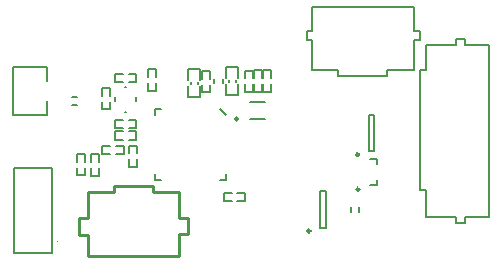
<source format=gbo>
G04 Layer_Color=32896*
%FSLAX43Y43*%
%MOMM*%
G71*
G01*
G75*
%ADD35C,0.250*%
%ADD36C,0.200*%
%ADD75C,0.100*%
%ADD76C,0.254*%
%ADD125C,0.152*%
D35*
X19700Y11900D02*
G03*
X19700Y11900I-125J0D01*
G01*
X29925Y8875D02*
G03*
X29925Y8875I-125J0D01*
G01*
X29975Y5950D02*
G03*
X29975Y5950I-125J0D01*
G01*
X25825Y2417D02*
G03*
X25825Y2417I-125J0D01*
G01*
D36*
X660Y12314D02*
Y16264D01*
X3510D01*
Y15114D02*
Y16264D01*
X660Y12264D02*
X3510D01*
Y13414D01*
X35600Y16050D02*
Y18200D01*
X38150Y18200D01*
X40950Y3600D02*
Y18200D01*
X38950Y18200D02*
X40950Y18200D01*
X38150Y18200D02*
Y18700D01*
X38950Y18200D02*
Y18700D01*
X38150D02*
X38950D01*
X38150Y3100D02*
X38950D01*
X35600Y3600D02*
Y5850D01*
Y3600D02*
X38150D01*
Y3100D02*
Y3600D01*
X38950D02*
X40950D01*
X38950Y3100D02*
Y3600D01*
X35100Y5850D02*
X35600D01*
X35100D02*
Y16050D01*
X35600D01*
X28150Y15507D02*
Y16007D01*
X32350Y15507D02*
Y16007D01*
X34600Y19357D02*
X35100D01*
X34600D02*
Y21357D01*
Y18557D02*
X35100D01*
X34600Y16007D02*
Y18557D01*
X32350Y16007D02*
X34600D01*
X35100Y18557D02*
Y19357D01*
X25500Y18557D02*
Y19357D01*
X26000D01*
X25500Y18557D02*
X26000D01*
X26000Y21357D02*
X26000Y19357D01*
X26000Y16007D02*
X26000Y18557D01*
X26000Y16007D02*
X28150D01*
X26000Y21357D02*
X34600D01*
X28150Y15507D02*
X32350D01*
X5640Y13750D02*
X6040D01*
X5640Y13050D02*
X6040D01*
X29250Y4033D02*
Y4433D01*
X29950Y4033D02*
Y4433D01*
X740Y550D02*
Y7750D01*
X3940Y550D02*
Y7750D01*
X740Y550D02*
X3940D01*
X740Y7750D02*
X3940D01*
X18175Y12700D02*
X18675Y12200D01*
X12675Y12700D02*
X13175D01*
X12675Y12200D02*
Y12700D01*
Y6700D02*
Y7200D01*
Y6700D02*
X13175D01*
X18175D02*
X18675D01*
Y7200D01*
X20746Y13358D02*
X21946D01*
X20746Y11858D02*
X21946D01*
X18915Y15007D02*
Y15207D01*
X19515Y15007D02*
Y15207D01*
X16300Y14868D02*
Y15068D01*
X15700Y14868D02*
Y15068D01*
X18400Y14907D02*
Y15307D01*
X17700Y14907D02*
Y15307D01*
X31250Y9150D02*
Y12250D01*
X30750Y9150D02*
Y12250D01*
X31250D01*
X30750Y9150D02*
X31250D01*
X30900Y6300D02*
X31500D01*
Y6750D01*
X30900Y8500D02*
X31500D01*
Y8050D02*
Y8500D01*
X26650Y2691D02*
X27150D01*
X26650Y5792D02*
X27150D01*
X26650Y2691D02*
Y5792D01*
X27150Y2691D02*
Y5792D01*
D75*
X4440Y1550D02*
G03*
X4440Y1550I-50J0D01*
G01*
D76*
X14700Y4379D02*
Y5729D01*
X7000Y4479D02*
Y5679D01*
X9200D01*
Y6229D01*
X12500D01*
Y5729D02*
Y6229D01*
Y5729D02*
X13050D01*
X14650D01*
X7050Y279D02*
X14700D01*
X7000Y329D02*
Y479D01*
Y329D02*
X7050Y279D01*
X7000Y479D02*
Y2079D01*
X6250Y2829D02*
Y3479D01*
X6950D01*
X6250Y2079D02*
X7000D01*
X6250D02*
Y2829D01*
X7000Y3479D02*
Y4479D01*
X14700Y3529D02*
X15500D01*
Y2129D02*
Y3529D01*
X14700Y2129D02*
X15500D01*
X14700Y279D02*
Y2129D01*
Y3529D02*
Y4379D01*
D125*
X6772Y7133D02*
Y7783D01*
Y8283D02*
Y8933D01*
X6072Y7133D02*
Y7783D01*
Y8933D02*
X6072Y8283D01*
X6072Y8933D02*
X6772D01*
X6072Y7133D02*
X6772D01*
X7950Y7100D02*
Y7750D01*
Y8250D02*
Y8900D01*
X7250Y7100D02*
Y7750D01*
Y8900D02*
X7250Y8250D01*
X7250Y8900D02*
X7950D01*
X7250Y7100D02*
X7950D01*
X8210Y8947D02*
X8860D01*
X9360D02*
X10010D01*
X8210Y9647D02*
X8860D01*
X9360Y9647D02*
X10010Y9647D01*
Y8947D02*
Y9647D01*
X8210Y8947D02*
Y9647D01*
X16655Y15305D02*
Y15955D01*
Y14155D02*
Y14805D01*
X17355Y15305D02*
Y15955D01*
X17355Y14805D02*
X17355Y14155D01*
X16655D02*
X17355D01*
X16655Y15955D02*
X17355D01*
X20300Y4922D02*
Y5622D01*
X18500Y4922D02*
Y5622D01*
Y4922D02*
X19150D01*
X19650D02*
X20300D01*
X18500Y5622D02*
X19150D01*
X19650D02*
X20300D01*
X10450Y9628D02*
X11150D01*
X10450Y7828D02*
X11150D01*
Y8478D01*
Y8978D02*
Y9628D01*
X10450Y7828D02*
Y8478D01*
Y8978D02*
Y9628D01*
X11100Y10150D02*
Y10850D01*
X9300Y10150D02*
Y10850D01*
Y10150D02*
X9950D01*
X10450D02*
X11100D01*
X9300Y10850D02*
X9950D01*
X10450D02*
X11100D01*
X9289Y11150D02*
Y11850D01*
X11089Y11150D02*
Y11850D01*
X10439D02*
X11089D01*
X9289D02*
X9939D01*
X10439Y11150D02*
X11089D01*
X9289D02*
X9939D01*
X12050Y16100D02*
X12750D01*
X12050Y14300D02*
X12750D01*
Y14950D01*
Y15450D02*
Y16100D01*
X12050Y14300D02*
Y14950D01*
Y15450D02*
Y16100D01*
X21830Y16007D02*
X22530D01*
X21830Y14207D02*
X22530D01*
Y14857D01*
Y15357D02*
Y16007D01*
X21830Y14207D02*
Y14857D01*
Y15357D02*
Y16007D01*
X8150Y14500D02*
X8850D01*
X8150Y12700D02*
X8850D01*
Y13350D01*
Y13850D02*
Y14500D01*
X8150Y12700D02*
Y13350D01*
Y13850D02*
Y14500D01*
X18715Y15357D02*
Y16282D01*
Y13932D02*
Y14857D01*
X19715Y15357D02*
Y16282D01*
Y13932D02*
Y14857D01*
X18715Y13932D02*
X19715D01*
X18715Y16282D02*
X19715D01*
X20250Y16000D02*
X20950D01*
X20250Y14200D02*
X20950D01*
Y14850D01*
Y15350D02*
Y16000D01*
X20250Y14200D02*
Y14850D01*
Y15350D02*
Y16000D01*
X21050Y16007D02*
X21750D01*
X21050Y14207D02*
X21750D01*
Y14857D01*
Y15357D02*
Y16007D01*
X21050Y14207D02*
Y14857D01*
Y15357D02*
Y16007D01*
X9289Y15007D02*
Y15707D01*
X11089Y15007D02*
Y15707D01*
X10439D02*
X11089D01*
X9289D02*
X9939D01*
X10439Y15007D02*
X11089D01*
X9289D02*
X9939D01*
X16500Y13793D02*
Y14718D01*
Y15218D02*
Y16143D01*
X15500Y13793D02*
Y14718D01*
Y15218D02*
Y16143D01*
X16500D01*
X15500Y13793D02*
X16500D01*
X10122Y12485D02*
X10242D01*
X11062Y13405D02*
Y13725D01*
X10122Y14645D02*
X10242D01*
X9302Y13405D02*
Y13725D01*
M02*

</source>
